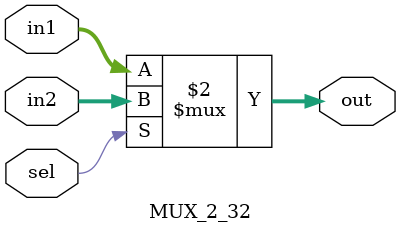
<source format=v>
`timescale 1ns / 1ps
module MUX_2_32(
    input [31:0] in1,
    input [31:0] in2,
    input sel,
    output [31:0] out
    );
	 
	 assign out = (sel==0)?in1:in2;


endmodule

</source>
